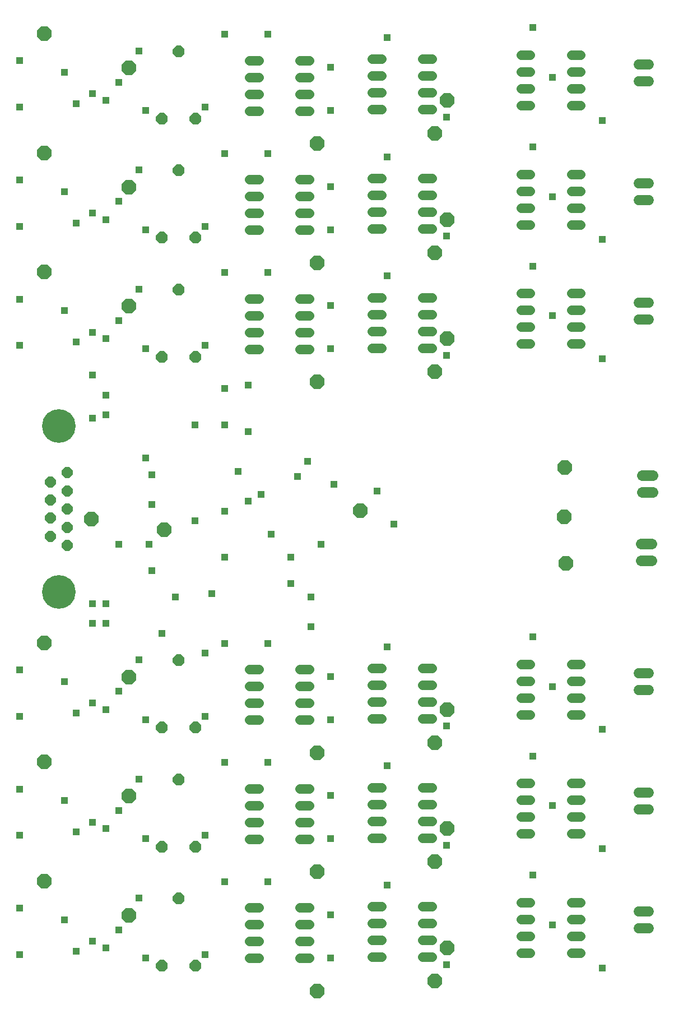
<source format=gbs>
G75*
%MOIN*%
%OFA0B0*%
%FSLAX25Y25*%
%IPPOS*%
%LPD*%
%AMOC8*
5,1,8,0,0,1.08239X$1,22.5*
%
%ADD10C,0.06400*%
%ADD11C,0.06000*%
%ADD12C,0.05600*%
%ADD13OC8,0.07000*%
%ADD14OC8,0.08500*%
%ADD15OC8,0.06400*%
%ADD16C,0.20000*%
%ADD17R,0.04362X0.04362*%
D10*
X0432080Y0391485D02*
X0438480Y0391485D01*
X0438480Y0401485D02*
X0432080Y0401485D01*
X0432631Y0432233D02*
X0439031Y0432233D01*
X0439031Y0442233D02*
X0432631Y0442233D01*
D11*
X0430783Y0535028D02*
X0436783Y0535028D01*
X0436783Y0545028D02*
X0430783Y0545028D01*
X0430783Y0605894D02*
X0436783Y0605894D01*
X0436783Y0615894D02*
X0430783Y0615894D01*
X0430783Y0676761D02*
X0436783Y0676761D01*
X0436783Y0686761D02*
X0430783Y0686761D01*
X0430783Y0324556D02*
X0436783Y0324556D01*
X0436783Y0314556D02*
X0430783Y0314556D01*
X0430783Y0253690D02*
X0436783Y0253690D01*
X0436783Y0243690D02*
X0430783Y0243690D01*
X0430783Y0182824D02*
X0436783Y0182824D01*
X0436783Y0172824D02*
X0430783Y0172824D01*
D12*
X0396269Y0168257D02*
X0390669Y0168257D01*
X0390669Y0158257D02*
X0396269Y0158257D01*
X0396269Y0178257D02*
X0390669Y0178257D01*
X0390669Y0188257D02*
X0396269Y0188257D01*
X0396269Y0229123D02*
X0390669Y0229123D01*
X0390669Y0239123D02*
X0396269Y0239123D01*
X0396269Y0249123D02*
X0390669Y0249123D01*
X0390669Y0259123D02*
X0396269Y0259123D01*
X0396269Y0299989D02*
X0390669Y0299989D01*
X0390669Y0309989D02*
X0396269Y0309989D01*
X0396269Y0319989D02*
X0390669Y0319989D01*
X0390669Y0329989D02*
X0396269Y0329989D01*
X0366269Y0329989D02*
X0360669Y0329989D01*
X0360669Y0319989D02*
X0366269Y0319989D01*
X0366269Y0309989D02*
X0360669Y0309989D01*
X0360669Y0299989D02*
X0366269Y0299989D01*
X0366269Y0259123D02*
X0360669Y0259123D01*
X0360669Y0249123D02*
X0366269Y0249123D01*
X0366269Y0239123D02*
X0360669Y0239123D01*
X0360669Y0229123D02*
X0366269Y0229123D01*
X0366269Y0188257D02*
X0360669Y0188257D01*
X0360669Y0178257D02*
X0366269Y0178257D01*
X0366269Y0168257D02*
X0360669Y0168257D01*
X0360669Y0158257D02*
X0366269Y0158257D01*
X0307686Y0155894D02*
X0302086Y0155894D01*
X0302086Y0165894D02*
X0307686Y0165894D01*
X0307686Y0175894D02*
X0302086Y0175894D01*
X0302086Y0185894D02*
X0307686Y0185894D01*
X0307686Y0226761D02*
X0302086Y0226761D01*
X0302086Y0236761D02*
X0307686Y0236761D01*
X0307686Y0246761D02*
X0302086Y0246761D01*
X0302086Y0256761D02*
X0307686Y0256761D01*
X0277686Y0256761D02*
X0272086Y0256761D01*
X0272086Y0246761D02*
X0277686Y0246761D01*
X0277686Y0236761D02*
X0272086Y0236761D01*
X0272086Y0226761D02*
X0277686Y0226761D01*
X0277686Y0185894D02*
X0272086Y0185894D01*
X0272086Y0175894D02*
X0277686Y0175894D01*
X0277686Y0165894D02*
X0272086Y0165894D01*
X0272086Y0155894D02*
X0277686Y0155894D01*
X0234851Y0155107D02*
X0229251Y0155107D01*
X0229251Y0165107D02*
X0234851Y0165107D01*
X0234851Y0175107D02*
X0229251Y0175107D01*
X0229251Y0185107D02*
X0234851Y0185107D01*
X0234851Y0225973D02*
X0229251Y0225973D01*
X0229251Y0235973D02*
X0234851Y0235973D01*
X0234851Y0245973D02*
X0229251Y0245973D01*
X0229251Y0255973D02*
X0234851Y0255973D01*
X0234851Y0296839D02*
X0229251Y0296839D01*
X0229251Y0306839D02*
X0234851Y0306839D01*
X0234851Y0316839D02*
X0229251Y0316839D01*
X0229251Y0326839D02*
X0234851Y0326839D01*
X0204851Y0326839D02*
X0199251Y0326839D01*
X0199251Y0316839D02*
X0204851Y0316839D01*
X0204851Y0306839D02*
X0199251Y0306839D01*
X0199251Y0296839D02*
X0204851Y0296839D01*
X0204851Y0255973D02*
X0199251Y0255973D01*
X0199251Y0245973D02*
X0204851Y0245973D01*
X0204851Y0235973D02*
X0199251Y0235973D01*
X0199251Y0225973D02*
X0204851Y0225973D01*
X0204851Y0185107D02*
X0199251Y0185107D01*
X0199251Y0175107D02*
X0204851Y0175107D01*
X0204851Y0165107D02*
X0199251Y0165107D01*
X0199251Y0155107D02*
X0204851Y0155107D01*
X0272086Y0297627D02*
X0277686Y0297627D01*
X0277686Y0307627D02*
X0272086Y0307627D01*
X0272086Y0317627D02*
X0277686Y0317627D01*
X0277686Y0327627D02*
X0272086Y0327627D01*
X0302086Y0327627D02*
X0307686Y0327627D01*
X0307686Y0317627D02*
X0302086Y0317627D01*
X0302086Y0307627D02*
X0307686Y0307627D01*
X0307686Y0297627D02*
X0302086Y0297627D01*
X0234851Y0517312D02*
X0229251Y0517312D01*
X0229251Y0527312D02*
X0234851Y0527312D01*
X0234851Y0537312D02*
X0229251Y0537312D01*
X0229251Y0547312D02*
X0234851Y0547312D01*
X0234851Y0588178D02*
X0229251Y0588178D01*
X0229251Y0598178D02*
X0234851Y0598178D01*
X0234851Y0608178D02*
X0229251Y0608178D01*
X0229251Y0618178D02*
X0234851Y0618178D01*
X0234851Y0659044D02*
X0229251Y0659044D01*
X0229251Y0669044D02*
X0234851Y0669044D01*
X0234851Y0679044D02*
X0229251Y0679044D01*
X0229251Y0689044D02*
X0234851Y0689044D01*
X0204851Y0689044D02*
X0199251Y0689044D01*
X0199251Y0679044D02*
X0204851Y0679044D01*
X0204851Y0669044D02*
X0199251Y0669044D01*
X0199251Y0659044D02*
X0204851Y0659044D01*
X0204851Y0618178D02*
X0199251Y0618178D01*
X0199251Y0608178D02*
X0204851Y0608178D01*
X0204851Y0598178D02*
X0199251Y0598178D01*
X0199251Y0588178D02*
X0204851Y0588178D01*
X0204851Y0547312D02*
X0199251Y0547312D01*
X0199251Y0537312D02*
X0204851Y0537312D01*
X0204851Y0527312D02*
X0199251Y0527312D01*
X0199251Y0517312D02*
X0204851Y0517312D01*
X0272086Y0518099D02*
X0277686Y0518099D01*
X0277686Y0528099D02*
X0272086Y0528099D01*
X0272086Y0538099D02*
X0277686Y0538099D01*
X0277686Y0548099D02*
X0272086Y0548099D01*
X0272086Y0588965D02*
X0277686Y0588965D01*
X0277686Y0598965D02*
X0272086Y0598965D01*
X0272086Y0608965D02*
X0277686Y0608965D01*
X0277686Y0618965D02*
X0272086Y0618965D01*
X0302086Y0618965D02*
X0307686Y0618965D01*
X0307686Y0608965D02*
X0302086Y0608965D01*
X0302086Y0598965D02*
X0307686Y0598965D01*
X0307686Y0588965D02*
X0302086Y0588965D01*
X0302086Y0548099D02*
X0307686Y0548099D01*
X0307686Y0538099D02*
X0302086Y0538099D01*
X0302086Y0528099D02*
X0307686Y0528099D01*
X0307686Y0518099D02*
X0302086Y0518099D01*
X0360669Y0520461D02*
X0366269Y0520461D01*
X0366269Y0530461D02*
X0360669Y0530461D01*
X0360669Y0540461D02*
X0366269Y0540461D01*
X0366269Y0550461D02*
X0360669Y0550461D01*
X0360669Y0591328D02*
X0366269Y0591328D01*
X0366269Y0601328D02*
X0360669Y0601328D01*
X0360669Y0611328D02*
X0366269Y0611328D01*
X0366269Y0621328D02*
X0360669Y0621328D01*
X0360669Y0662194D02*
X0366269Y0662194D01*
X0366269Y0672194D02*
X0360669Y0672194D01*
X0360669Y0682194D02*
X0366269Y0682194D01*
X0366269Y0692194D02*
X0360669Y0692194D01*
X0390669Y0692194D02*
X0396269Y0692194D01*
X0396269Y0682194D02*
X0390669Y0682194D01*
X0390669Y0672194D02*
X0396269Y0672194D01*
X0396269Y0662194D02*
X0390669Y0662194D01*
X0390669Y0621328D02*
X0396269Y0621328D01*
X0396269Y0611328D02*
X0390669Y0611328D01*
X0390669Y0601328D02*
X0396269Y0601328D01*
X0396269Y0591328D02*
X0390669Y0591328D01*
X0390669Y0550461D02*
X0396269Y0550461D01*
X0396269Y0540461D02*
X0390669Y0540461D01*
X0390669Y0530461D02*
X0396269Y0530461D01*
X0396269Y0520461D02*
X0390669Y0520461D01*
X0307686Y0659831D02*
X0302086Y0659831D01*
X0302086Y0669831D02*
X0307686Y0669831D01*
X0307686Y0679831D02*
X0302086Y0679831D01*
X0302086Y0689831D02*
X0307686Y0689831D01*
X0277686Y0689831D02*
X0272086Y0689831D01*
X0272086Y0679831D02*
X0277686Y0679831D01*
X0277686Y0669831D02*
X0272086Y0669831D01*
X0272086Y0659831D02*
X0277686Y0659831D01*
D13*
X0167287Y0654438D03*
X0147287Y0654438D03*
X0157287Y0623572D03*
X0147287Y0583572D03*
X0167287Y0583572D03*
X0157287Y0552706D03*
X0147287Y0512706D03*
X0167287Y0512706D03*
X0157287Y0694438D03*
X0157287Y0332233D03*
X0147287Y0292233D03*
X0167287Y0292233D03*
X0157287Y0261367D03*
X0147287Y0221367D03*
X0167287Y0221367D03*
X0157287Y0190501D03*
X0147287Y0150501D03*
X0167287Y0150501D03*
D14*
X0127366Y0180658D03*
X0127366Y0251524D03*
X0127366Y0322391D03*
X0077012Y0342706D03*
X0077012Y0271839D03*
X0077012Y0200973D03*
X0148587Y0409989D03*
X0105280Y0416209D03*
X0127366Y0542863D03*
X0127366Y0613729D03*
X0127366Y0684595D03*
X0077012Y0704910D03*
X0077012Y0634044D03*
X0077012Y0563178D03*
X0239335Y0568769D03*
X0239335Y0497902D03*
X0265004Y0421131D03*
X0309571Y0503808D03*
X0316815Y0523493D03*
X0309571Y0574674D03*
X0316815Y0594359D03*
X0309571Y0645540D03*
X0316815Y0665225D03*
X0239335Y0639635D03*
X0386933Y0447036D03*
X0386500Y0417509D03*
X0387366Y0389950D03*
X0316815Y0303020D03*
X0309571Y0283335D03*
X0316815Y0232154D03*
X0309571Y0212469D03*
X0316815Y0161288D03*
X0309571Y0141603D03*
X0239335Y0135698D03*
X0239335Y0206564D03*
X0239335Y0277430D03*
D15*
X0090673Y0400633D03*
X0090673Y0411433D03*
X0090673Y0422233D03*
X0090673Y0433033D03*
X0090673Y0443833D03*
X0080673Y0438433D03*
X0080673Y0427633D03*
X0080673Y0416833D03*
X0080673Y0406033D03*
D16*
X0085673Y0372933D03*
X0085673Y0471533D03*
D17*
X0062524Y0157312D03*
X0062524Y0184871D03*
X0089098Y0177981D03*
X0095988Y0159280D03*
X0105831Y0165186D03*
X0113705Y0161249D03*
X0121579Y0172076D03*
X0133390Y0190776D03*
X0137327Y0155343D03*
X0172760Y0157312D03*
X0184571Y0200619D03*
X0172760Y0228178D03*
X0184571Y0271485D03*
X0172760Y0299044D03*
X0172760Y0336446D03*
X0184571Y0342351D03*
X0176697Y0371879D03*
X0184571Y0393532D03*
X0184571Y0421091D03*
X0198350Y0426997D03*
X0206224Y0430934D03*
X0192445Y0444713D03*
X0198350Y0468335D03*
X0184571Y0472272D03*
X0166854Y0472272D03*
X0184571Y0493926D03*
X0198350Y0495894D03*
X0172760Y0519517D03*
X0184571Y0562824D03*
X0172760Y0590383D03*
X0184571Y0633690D03*
X0172760Y0661249D03*
X0184571Y0704556D03*
X0210161Y0704556D03*
X0247563Y0684871D03*
X0247563Y0659280D03*
X0247563Y0614005D03*
X0247563Y0588414D03*
X0247563Y0543139D03*
X0247563Y0517548D03*
X0281028Y0560855D03*
X0316461Y0584477D03*
X0281028Y0631721D03*
X0316461Y0655343D03*
X0281028Y0702587D03*
X0210161Y0633690D03*
X0210161Y0562824D03*
X0137327Y0588414D03*
X0121579Y0605146D03*
X0113705Y0594320D03*
X0105831Y0598257D03*
X0095988Y0592351D03*
X0089098Y0611052D03*
X0062524Y0617942D03*
X0062524Y0590383D03*
X0062524Y0547076D03*
X0062524Y0519517D03*
X0089098Y0540186D03*
X0095988Y0521485D03*
X0105831Y0527391D03*
X0113705Y0523454D03*
X0121579Y0534280D03*
X0133390Y0552981D03*
X0137327Y0517548D03*
X0113705Y0489989D03*
X0113705Y0478178D03*
X0105831Y0476209D03*
X0105831Y0501800D03*
X0137327Y0452587D03*
X0141264Y0442745D03*
X0141264Y0425028D03*
X0139295Y0401406D03*
X0141264Y0385658D03*
X0155043Y0369910D03*
X0147169Y0348257D03*
X0133390Y0332509D03*
X0121579Y0313808D03*
X0113705Y0302981D03*
X0105831Y0306918D03*
X0095988Y0301013D03*
X0089098Y0319713D03*
X0105831Y0354162D03*
X0113705Y0354162D03*
X0113705Y0365973D03*
X0105831Y0365973D03*
X0121579Y0401406D03*
X0166854Y0415186D03*
X0212130Y0407312D03*
X0223941Y0393532D03*
X0223941Y0377784D03*
X0235752Y0369910D03*
X0235752Y0352194D03*
X0247563Y0322666D03*
X0247563Y0297076D03*
X0247563Y0251800D03*
X0247563Y0226209D03*
X0247563Y0180934D03*
X0247563Y0155343D03*
X0281028Y0198650D03*
X0316461Y0222272D03*
X0281028Y0269517D03*
X0316461Y0293139D03*
X0281028Y0340383D03*
X0241657Y0401406D03*
X0249531Y0436839D03*
X0233783Y0450619D03*
X0227878Y0441761D03*
X0275201Y0432981D03*
X0284965Y0413217D03*
X0316461Y0513611D03*
X0367642Y0566761D03*
X0379453Y0537233D03*
X0408980Y0511643D03*
X0408980Y0582509D03*
X0379453Y0608099D03*
X0367642Y0637627D03*
X0379453Y0678965D03*
X0367642Y0708493D03*
X0408980Y0653375D03*
X0367642Y0346288D03*
X0379453Y0316761D03*
X0367642Y0275422D03*
X0379453Y0245894D03*
X0408980Y0220304D03*
X0379453Y0175028D03*
X0367642Y0204556D03*
X0408980Y0149438D03*
X0316461Y0151406D03*
X0408980Y0291170D03*
X0210161Y0271485D03*
X0210161Y0200619D03*
X0137327Y0226209D03*
X0121579Y0242942D03*
X0113705Y0232115D03*
X0105831Y0236052D03*
X0095988Y0230146D03*
X0089098Y0248847D03*
X0062524Y0255737D03*
X0062524Y0228178D03*
X0062524Y0299044D03*
X0062524Y0326603D03*
X0133390Y0261643D03*
X0137327Y0297076D03*
X0210161Y0342351D03*
X0133390Y0623847D03*
X0137327Y0659280D03*
X0121579Y0676013D03*
X0113705Y0665186D03*
X0105831Y0669123D03*
X0095988Y0663217D03*
X0089098Y0681918D03*
X0062524Y0688808D03*
X0062524Y0661249D03*
X0133390Y0694713D03*
M02*

</source>
